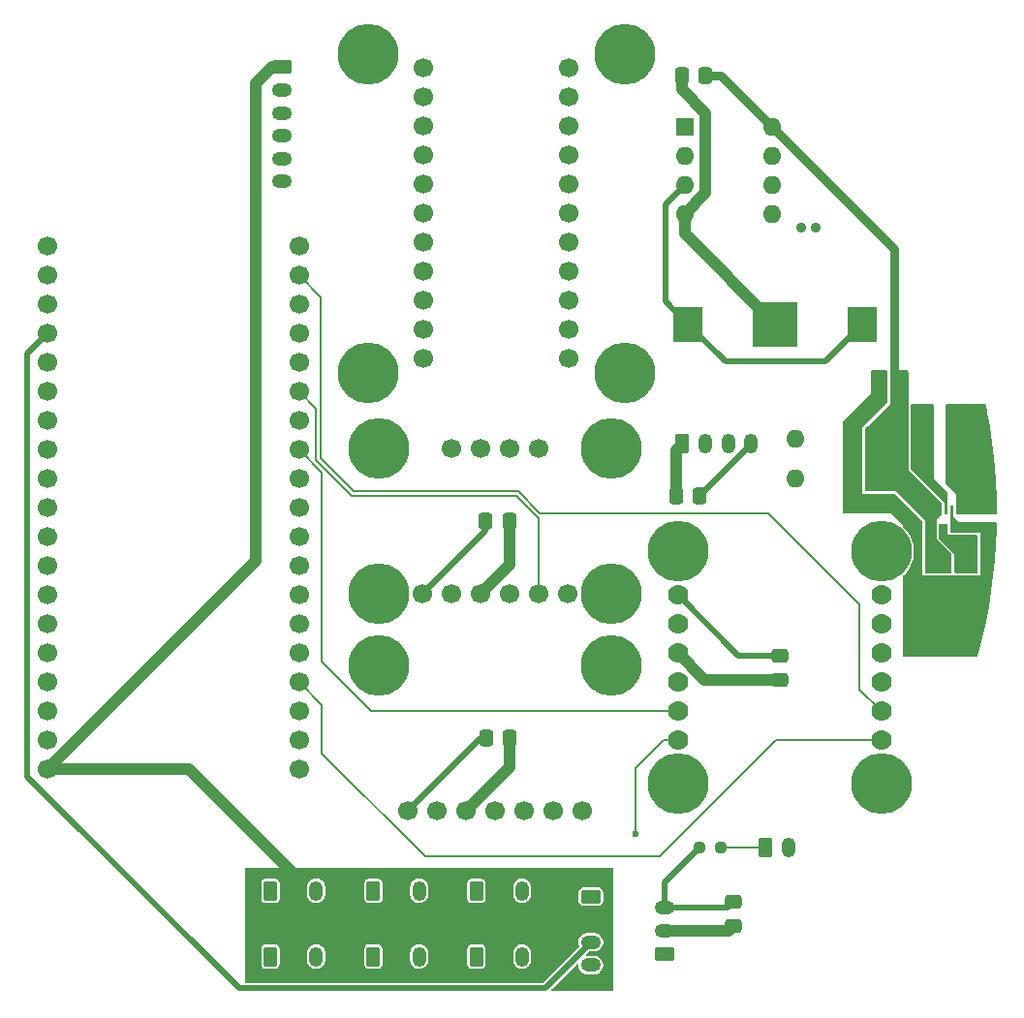
<source format=gbr>
%TF.GenerationSoftware,KiCad,Pcbnew,8.0.5*%
%TF.CreationDate,2025-04-28T01:27:16-04:00*%
%TF.ProjectId,CanSat_Sensor_Board,43616e53-6174-45f5-9365-6e736f725f42,rev?*%
%TF.SameCoordinates,Original*%
%TF.FileFunction,Copper,L1,Top*%
%TF.FilePolarity,Positive*%
%FSLAX46Y46*%
G04 Gerber Fmt 4.6, Leading zero omitted, Abs format (unit mm)*
G04 Created by KiCad (PCBNEW 8.0.5) date 2025-04-28 01:27:16*
%MOMM*%
%LPD*%
G01*
G04 APERTURE LIST*
G04 Aperture macros list*
%AMRoundRect*
0 Rectangle with rounded corners*
0 $1 Rounding radius*
0 $2 $3 $4 $5 $6 $7 $8 $9 X,Y pos of 4 corners*
0 Add a 4 corners polygon primitive as box body*
4,1,4,$2,$3,$4,$5,$6,$7,$8,$9,$2,$3,0*
0 Add four circle primitives for the rounded corners*
1,1,$1+$1,$2,$3*
1,1,$1+$1,$4,$5*
1,1,$1+$1,$6,$7*
1,1,$1+$1,$8,$9*
0 Add four rect primitives between the rounded corners*
20,1,$1+$1,$2,$3,$4,$5,0*
20,1,$1+$1,$4,$5,$6,$7,0*
20,1,$1+$1,$6,$7,$8,$9,0*
20,1,$1+$1,$8,$9,$2,$3,0*%
G04 Aperture macros list end*
%TA.AperFunction,ComponentPad*%
%ADD10C,1.600000*%
%TD*%
%TA.AperFunction,ComponentPad*%
%ADD11O,1.600000X1.600000*%
%TD*%
%TA.AperFunction,ComponentPad*%
%ADD12RoundRect,0.250000X-0.350000X-0.625000X0.350000X-0.625000X0.350000X0.625000X-0.350000X0.625000X0*%
%TD*%
%TA.AperFunction,ComponentPad*%
%ADD13O,1.200000X1.750000*%
%TD*%
%TA.AperFunction,SMDPad,CuDef*%
%ADD14RoundRect,0.250000X-0.475000X0.337500X-0.475000X-0.337500X0.475000X-0.337500X0.475000X0.337500X0*%
%TD*%
%TA.AperFunction,ComponentPad*%
%ADD15RoundRect,0.250000X-0.625000X0.350000X-0.625000X-0.350000X0.625000X-0.350000X0.625000X0.350000X0*%
%TD*%
%TA.AperFunction,ComponentPad*%
%ADD16O,1.750000X1.200000*%
%TD*%
%TA.AperFunction,SMDPad,CuDef*%
%ADD17RoundRect,0.250000X0.475000X-0.337500X0.475000X0.337500X-0.475000X0.337500X-0.475000X-0.337500X0*%
%TD*%
%TA.AperFunction,WasherPad*%
%ADD18C,5.300000*%
%TD*%
%TA.AperFunction,ComponentPad*%
%ADD19C,1.700000*%
%TD*%
%TA.AperFunction,ComponentPad*%
%ADD20C,0.910000*%
%TD*%
%TA.AperFunction,SMDPad,CuDef*%
%ADD21RoundRect,0.250000X0.337500X0.475000X-0.337500X0.475000X-0.337500X-0.475000X0.337500X-0.475000X0*%
%TD*%
%TA.AperFunction,ComponentPad*%
%ADD22C,1.778000*%
%TD*%
%TA.AperFunction,SMDPad,CuDef*%
%ADD23R,3.960000X3.960000*%
%TD*%
%TA.AperFunction,SMDPad,CuDef*%
%ADD24R,2.540000X3.170000*%
%TD*%
%TA.AperFunction,WasherPad*%
%ADD25C,1.700000*%
%TD*%
%TA.AperFunction,SMDPad,CuDef*%
%ADD26R,0.228600X0.711200*%
%TD*%
%TA.AperFunction,SMDPad,CuDef*%
%ADD27RoundRect,0.237500X0.250000X0.237500X-0.250000X0.237500X-0.250000X-0.237500X0.250000X-0.237500X0*%
%TD*%
%TA.AperFunction,ComponentPad*%
%ADD28RoundRect,0.250000X0.625000X-0.350000X0.625000X0.350000X-0.625000X0.350000X-0.625000X-0.350000X0*%
%TD*%
%TA.AperFunction,SMDPad,CuDef*%
%ADD29RoundRect,0.250000X-0.337500X-0.475000X0.337500X-0.475000X0.337500X0.475000X-0.337500X0.475000X0*%
%TD*%
%TA.AperFunction,SMDPad,CuDef*%
%ADD30R,1.500000X3.600000*%
%TD*%
%TA.AperFunction,ComponentPad*%
%ADD31R,1.600000X1.600000*%
%TD*%
%TA.AperFunction,ViaPad*%
%ADD32C,0.600000*%
%TD*%
%TA.AperFunction,Conductor*%
%ADD33C,0.500000*%
%TD*%
%TA.AperFunction,Conductor*%
%ADD34C,0.200000*%
%TD*%
%TA.AperFunction,Conductor*%
%ADD35C,1.000000*%
%TD*%
%TA.AperFunction,Conductor*%
%ADD36C,0.800000*%
%TD*%
G04 APERTURE END LIST*
D10*
%TO.P,R2,1*%
%TO.N,/5V*%
X187000000Y-97000000D03*
D11*
%TO.P,R2,2*%
%TO.N,Net-(Adafruit_BME280_STEMMA_QT_U3-Pin_6)*%
X179380000Y-97000000D03*
%TD*%
D12*
%TO.P,J9,1,Pin_1*%
%TO.N,GND*%
X133500000Y-138750000D03*
D13*
%TO.P,J9,2,Pin_2*%
%TO.N,/7.4V*%
X135500000Y-138750000D03*
%TO.P,J9,3,Pin_3*%
%TO.N,Net-(ESP32-DEVKIT-32_U1-IO14)*%
X137500000Y-138750000D03*
%TD*%
D14*
%TO.P,C8,1*%
%TO.N,/5V*%
X191750000Y-104175001D03*
%TO.P,C8,2*%
%TO.N,GND*%
X191750000Y-106250001D03*
%TD*%
D15*
%TO.P,J2,1,Pin_1*%
%TO.N,/7.4V*%
X134500000Y-61000000D03*
D16*
%TO.P,J2,2,Pin_2*%
%TO.N,Net-(ESP32-DEVKIT-32_U1-IO32)*%
X134500000Y-63000000D03*
%TO.P,J2,3,Pin_3*%
%TO.N,Net-(ESP32-DEVKIT-32_U1-IO33)*%
X134500000Y-65000000D03*
%TO.P,J2,4,Pin_4*%
%TO.N,Net-(ESP32-DEVKIT-32_U1-IO25)*%
X134500000Y-67000000D03*
%TO.P,J2,5,Pin_5*%
%TO.N,Net-(ESP32-DEVKIT-32_U1-IO26)*%
X134500000Y-69000000D03*
%TO.P,J2,6,Pin_6*%
%TO.N,GND*%
X134500000Y-71000000D03*
%TD*%
D17*
%TO.P,C7,1*%
%TO.N,GND*%
X194250000Y-106250001D03*
%TO.P,C7,2*%
%TO.N,/3.3V*%
X194250000Y-104175001D03*
%TD*%
D18*
%TO.P,SparkFunXBeeExplorer_U2,*%
%TO.N,*%
X164450000Y-87700000D03*
X164450000Y-59900000D03*
X142050000Y-87700000D03*
X142050000Y-59900000D03*
D19*
%TO.P,SparkFunXBeeExplorer_U2,JP5_1,GND*%
%TO.N,GND*%
X146900000Y-86500000D03*
%TO.P,SparkFunXBeeExplorer_U2,JP5_2,DTR*%
%TO.N,unconnected-(SparkFunXBeeExplorer_U2-DTR-PadJP5_2)*%
X146900000Y-83960000D03*
%TO.P,SparkFunXBeeExplorer_U2,JP5_3,RES1*%
%TO.N,unconnected-(SparkFunXBeeExplorer_U2-RES1-PadJP5_3)*%
X146900000Y-81420000D03*
%TO.P,SparkFunXBeeExplorer_U2,JP5_4,DIO11*%
%TO.N,unconnected-(SparkFunXBeeExplorer_U2-DIO11-PadJP5_4)*%
X146900000Y-78880000D03*
%TO.P,SparkFunXBeeExplorer_U2,JP5_5,RSSI*%
%TO.N,unconnected-(SparkFunXBeeExplorer_U2-RSSI-PadJP5_5)*%
X146900000Y-76340000D03*
%TO.P,SparkFunXBeeExplorer_U2,JP5_6,RESET*%
%TO.N,unconnected-(SparkFunXBeeExplorer_U2-RESET-PadJP5_6)*%
X146900000Y-73800000D03*
%TO.P,SparkFunXBeeExplorer_U2,JP5_7,DIO12*%
%TO.N,unconnected-(SparkFunXBeeExplorer_U2-DIO12-PadJP5_7)*%
X146900000Y-71260000D03*
%TO.P,SparkFunXBeeExplorer_U2,JP5_8,DIN*%
%TO.N,Net-(ESP32-DEVKIT-32_U1-IO17)*%
X146900000Y-68720000D03*
%TO.P,SparkFunXBeeExplorer_U2,JP5_9,DOUT*%
%TO.N,Net-(ESP32-DEVKIT-32_U1-IO16)*%
X146900000Y-66180000D03*
%TO.P,SparkFunXBeeExplorer_U2,JP5_10,3.3V*%
%TO.N,/3.3V*%
X146900000Y-63640000D03*
%TO.P,SparkFunXBeeExplorer_U2,JP5_11,GND*%
%TO.N,GND*%
X146900000Y-61100000D03*
%TO.P,SparkFunXBeeExplorer_U2,JP6_1,DIO0*%
%TO.N,unconnected-(SparkFunXBeeExplorer_U2-DIO0-PadJP6_1)*%
X159600000Y-61100000D03*
%TO.P,SparkFunXBeeExplorer_U2,JP6_2,DIO1*%
%TO.N,unconnected-(SparkFunXBeeExplorer_U2-DIO1-PadJP6_2)*%
X159600000Y-63640000D03*
%TO.P,SparkFunXBeeExplorer_U2,JP6_3,DIO2*%
%TO.N,unconnected-(SparkFunXBeeExplorer_U2-DIO2-PadJP6_3)*%
X159600000Y-66180000D03*
%TO.P,SparkFunXBeeExplorer_U2,JP6_4,DIO3*%
%TO.N,unconnected-(SparkFunXBeeExplorer_U2-DIO3-PadJP6_4)*%
X159600000Y-68720000D03*
%TO.P,SparkFunXBeeExplorer_U2,JP6_5,RTS*%
%TO.N,unconnected-(SparkFunXBeeExplorer_U2-RTS-PadJP6_5)*%
X159600000Y-71260000D03*
%TO.P,SparkFunXBeeExplorer_U2,JP6_6,DIO5*%
%TO.N,unconnected-(SparkFunXBeeExplorer_U2-DIO5-PadJP6_6)*%
X159600000Y-73800000D03*
%TO.P,SparkFunXBeeExplorer_U2,JP6_7,RES2*%
%TO.N,unconnected-(SparkFunXBeeExplorer_U2-RES2-PadJP6_7)*%
X159600000Y-76340000D03*
%TO.P,SparkFunXBeeExplorer_U2,JP6_8,DIO9*%
%TO.N,unconnected-(SparkFunXBeeExplorer_U2-DIO9-PadJP6_8)*%
X159600000Y-78880000D03*
%TO.P,SparkFunXBeeExplorer_U2,JP6_9,CTS*%
%TO.N,unconnected-(SparkFunXBeeExplorer_U2-CTS-PadJP6_9)*%
X159600000Y-81420000D03*
%TO.P,SparkFunXBeeExplorer_U2,JP6_10,DIO4*%
%TO.N,unconnected-(SparkFunXBeeExplorer_U2-DIO4-PadJP6_10)*%
X159600000Y-83960000D03*
%TO.P,SparkFunXBeeExplorer_U2,JP6_11,5V*%
%TO.N,unconnected-(SparkFunXBeeExplorer_U2-5V-PadJP6_11)*%
X159600000Y-86500000D03*
%TD*%
%TO.P,ESP32-DEVKIT-32_U1,J2-1,3V3*%
%TO.N,unconnected-(ESP32-DEVKIT-32_U1-3V3-PadJ2-1)*%
X114000000Y-76670000D03*
%TO.P,ESP32-DEVKIT-32_U1,J2-2,EN*%
%TO.N,unconnected-(ESP32-DEVKIT-32_U1-EN-PadJ2-2)*%
X114000000Y-79210000D03*
%TO.P,ESP32-DEVKIT-32_U1,J2-3,SENSOR_VP*%
%TO.N,unconnected-(ESP32-DEVKIT-32_U1-SENSOR_VP-PadJ2-3)*%
X114000000Y-81750000D03*
%TO.P,ESP32-DEVKIT-32_U1,J2-4,SENSOR_VN*%
%TO.N,/ADC*%
X114000000Y-84290000D03*
%TO.P,ESP32-DEVKIT-32_U1,J2-5,IO34*%
%TO.N,Net-(ESP32-DEVKIT-32_U1-IO34)*%
X114000000Y-86830000D03*
%TO.P,ESP32-DEVKIT-32_U1,J2-6,IO35*%
%TO.N,Net-(Adafruit_BNO085_U5-~{INT})*%
X114000000Y-89370000D03*
%TO.P,ESP32-DEVKIT-32_U1,J2-7,IO32*%
%TO.N,Net-(ESP32-DEVKIT-32_U1-IO32)*%
X114000000Y-91910000D03*
%TO.P,ESP32-DEVKIT-32_U1,J2-8,IO33*%
%TO.N,Net-(ESP32-DEVKIT-32_U1-IO33)*%
X114000000Y-94450000D03*
%TO.P,ESP32-DEVKIT-32_U1,J2-9,IO25*%
%TO.N,Net-(ESP32-DEVKIT-32_U1-IO25)*%
X114000000Y-96990000D03*
%TO.P,ESP32-DEVKIT-32_U1,J2-10,IO26*%
%TO.N,Net-(ESP32-DEVKIT-32_U1-IO26)*%
X114000000Y-99530000D03*
%TO.P,ESP32-DEVKIT-32_U1,J2-11,IO27*%
%TO.N,Net-(ESP32-DEVKIT-32_U1-IO27)*%
X114000000Y-102070000D03*
%TO.P,ESP32-DEVKIT-32_U1,J2-12,IO14*%
%TO.N,Net-(ESP32-DEVKIT-32_U1-IO14)*%
X114000000Y-104610000D03*
%TO.P,ESP32-DEVKIT-32_U1,J2-13,IO12*%
%TO.N,Net-(ESP32-DEVKIT-32_U1-IO12)*%
X114000000Y-107150000D03*
%TO.P,ESP32-DEVKIT-32_U1,J2-14,GND1*%
%TO.N,GND*%
X114000000Y-109690000D03*
%TO.P,ESP32-DEVKIT-32_U1,J2-15,IO13*%
%TO.N,Net-(ESP32-DEVKIT-32_U1-IO13)*%
X114000000Y-112230000D03*
%TO.P,ESP32-DEVKIT-32_U1,J2-16,SD2*%
%TO.N,unconnected-(ESP32-DEVKIT-32_U1-SD2-PadJ2-16)*%
X114000000Y-114770000D03*
%TO.P,ESP32-DEVKIT-32_U1,J2-17,SD3*%
%TO.N,unconnected-(ESP32-DEVKIT-32_U1-SD3-PadJ2-17)*%
X114000000Y-117310000D03*
%TO.P,ESP32-DEVKIT-32_U1,J2-18,CMD*%
%TO.N,unconnected-(ESP32-DEVKIT-32_U1-CMD-PadJ2-18)*%
X114000000Y-119850000D03*
%TO.P,ESP32-DEVKIT-32_U1,J2-19,EXT_5V*%
%TO.N,/7.4V*%
X114000000Y-122390000D03*
%TO.P,ESP32-DEVKIT-32_U1,J3-1,GND3*%
%TO.N,GND*%
X136000000Y-76670000D03*
%TO.P,ESP32-DEVKIT-32_U1,J3-2,IO23*%
%TO.N,Net-(Adafruit_BNO085_U5-DI)*%
X136000000Y-79210000D03*
%TO.P,ESP32-DEVKIT-32_U1,J3-3,IO22*%
%TO.N,Net-(Adafruit_BME280_STEMMA_QT_U3-Pin_4)*%
X136000000Y-81750000D03*
%TO.P,ESP32-DEVKIT-32_U1,J3-4,TXD0*%
%TO.N,Net-(ESP32-DEVKIT-32_U1-TXD0)*%
X136000000Y-84290000D03*
%TO.P,ESP32-DEVKIT-32_U1,J3-5,RXD0*%
%TO.N,Net-(ESP32-DEVKIT-32_U1-RXD0)*%
X136000000Y-86830000D03*
%TO.P,ESP32-DEVKIT-32_U1,J3-6,IO21*%
%TO.N,Net-(Adafruit_BME280_STEMMA_QT_U3-Pin_6)*%
X136000000Y-89370000D03*
%TO.P,ESP32-DEVKIT-32_U1,J3-7,GND2*%
%TO.N,GND*%
X136000000Y-91910000D03*
%TO.P,ESP32-DEVKIT-32_U1,J3-8,IO19*%
%TO.N,Net-(Adafruit_BNO085_U5-SDA)*%
X136000000Y-94450000D03*
%TO.P,ESP32-DEVKIT-32_U1,J3-9,IO18*%
%TO.N,Net-(Adafruit_BNO085_U5-SCL)*%
X136000000Y-96990000D03*
%TO.P,ESP32-DEVKIT-32_U1,J3-10,IO5*%
%TO.N,Net-(Adafruit_BNO085_U5-~{RST})*%
X136000000Y-99530000D03*
%TO.P,ESP32-DEVKIT-32_U1,J3-11,IO17*%
%TO.N,Net-(ESP32-DEVKIT-32_U1-IO17)*%
X136000000Y-102070000D03*
%TO.P,ESP32-DEVKIT-32_U1,J3-12,IO16*%
%TO.N,Net-(ESP32-DEVKIT-32_U1-IO16)*%
X136000000Y-104610000D03*
%TO.P,ESP32-DEVKIT-32_U1,J3-13,IO4*%
%TO.N,Net-(ESP32-DEVKIT-32_U1-IO4)*%
X136000000Y-107150000D03*
%TO.P,ESP32-DEVKIT-32_U1,J3-14,IO0*%
%TO.N,unconnected-(ESP32-DEVKIT-32_U1-IO0-PadJ3-14)*%
X136000000Y-109690000D03*
%TO.P,ESP32-DEVKIT-32_U1,J3-15,IO2*%
%TO.N,Net-(ESP32-DEVKIT-32_U1-IO2)*%
X136000000Y-112230000D03*
%TO.P,ESP32-DEVKIT-32_U1,J3-16,IO15*%
%TO.N,Net-(Adafruit_BNO085_U5-CS)*%
X136000000Y-114770000D03*
%TO.P,ESP32-DEVKIT-32_U1,J3-17,SD1*%
%TO.N,unconnected-(ESP32-DEVKIT-32_U1-SD1-PadJ3-17)*%
X136000000Y-117310000D03*
%TO.P,ESP32-DEVKIT-32_U1,J3-18,SD0*%
%TO.N,unconnected-(ESP32-DEVKIT-32_U1-SD0-PadJ3-18)*%
X136000000Y-119850000D03*
%TO.P,ESP32-DEVKIT-32_U1,J3-19,CLK*%
%TO.N,unconnected-(ESP32-DEVKIT-32_U1-CLK-PadJ3-19)*%
X136000000Y-122390000D03*
%TD*%
D20*
%TO.P,Y1,1*%
%TO.N,Net-(DS1307+_U6-X1)*%
X181135000Y-75000000D03*
%TO.P,Y1,2*%
%TO.N,Net-(DS1307+_U6-X2)*%
X179865000Y-75000000D03*
%TD*%
D18*
%TO.P,Adafruit_BME280_STEMMA_QT_U3,*%
%TO.N,*%
X143000000Y-113300000D03*
X163320000Y-113300000D03*
D19*
%TO.P,Adafruit_BME280_STEMMA_QT_U3,1,Pin_1*%
%TO.N,/3.3V*%
X145540000Y-126000000D03*
%TO.P,Adafruit_BME280_STEMMA_QT_U3,2,Pin_2*%
%TO.N,unconnected-(Adafruit_BME280_STEMMA_QT_U3-Pin_2-Pad2)*%
X148080000Y-126000000D03*
%TO.P,Adafruit_BME280_STEMMA_QT_U3,3,Pin_3*%
%TO.N,GND*%
X150620000Y-126000000D03*
%TO.P,Adafruit_BME280_STEMMA_QT_U3,4,Pin_4*%
%TO.N,Net-(Adafruit_BME280_STEMMA_QT_U3-Pin_4)*%
X153160000Y-126000000D03*
%TO.P,Adafruit_BME280_STEMMA_QT_U3,5,Pin_5*%
%TO.N,unconnected-(Adafruit_BME280_STEMMA_QT_U3-Pin_5-Pad5)*%
X155700000Y-126000000D03*
%TO.P,Adafruit_BME280_STEMMA_QT_U3,6,Pin_6*%
%TO.N,Net-(Adafruit_BME280_STEMMA_QT_U3-Pin_6)*%
X158240000Y-126000000D03*
%TO.P,Adafruit_BME280_STEMMA_QT_U3,7,Pin_7*%
%TO.N,unconnected-(Adafruit_BME280_STEMMA_QT_U3-Pin_7-Pad7)*%
X160780000Y-126000000D03*
%TD*%
D12*
%TO.P,J8,1,Pin_1*%
%TO.N,GND*%
X133500000Y-133000000D03*
D13*
%TO.P,J8,2,Pin_2*%
%TO.N,/7.4V*%
X135500000Y-133000000D03*
%TO.P,J8,3,Pin_3*%
%TO.N,Net-(ESP32-DEVKIT-32_U1-IO27)*%
X137500000Y-133000000D03*
%TD*%
D17*
%TO.P,C1,1*%
%TO.N,GND*%
X174000000Y-136037500D03*
%TO.P,C1,2*%
%TO.N,/3.3V*%
X174000000Y-133962500D03*
%TD*%
D12*
%TO.P,J4,1,Pin_1*%
%TO.N,GND*%
X169500000Y-93950000D03*
D13*
%TO.P,J4,2,Pin_2*%
%TO.N,Net-(ESP32-DEVKIT-32_U1-RXD0)*%
X171500000Y-93950000D03*
%TO.P,J4,3,Pin_3*%
%TO.N,Net-(ESP32-DEVKIT-32_U1-TXD0)*%
X173500000Y-93950000D03*
%TO.P,J4,4,Pin_4*%
%TO.N,/3.3V*%
X175500000Y-93950000D03*
%TD*%
D12*
%TO.P,J11,1,Pin_1*%
%TO.N,GND*%
X151500000Y-138750000D03*
D13*
%TO.P,J11,2,Pin_2*%
%TO.N,/7.4V*%
X153500000Y-138750000D03*
%TO.P,J11,3,Pin_3*%
%TO.N,Net-(ESP32-DEVKIT-32_U1-IO13)*%
X155500000Y-138750000D03*
%TD*%
D21*
%TO.P,C4,1*%
%TO.N,GND*%
X154387500Y-100650000D03*
%TO.P,C4,2*%
%TO.N,/3.3V*%
X152312500Y-100650000D03*
%TD*%
D18*
%TO.P,Adafruit_BNO085_U5,*%
%TO.N,*%
X186890000Y-103340000D03*
X169110000Y-103340000D03*
X186890000Y-123660000D03*
X169110000Y-123660000D03*
D22*
%TO.P,Adafruit_BNO085_U5,JP1_1,VIN*%
%TO.N,/3.3V*%
X169110000Y-107150000D03*
%TO.P,Adafruit_BNO085_U5,JP1_2,3VO*%
%TO.N,unconnected-(Adafruit_BNO085_U5-3VO-PadJP1_2)*%
X169110000Y-109690000D03*
%TO.P,Adafruit_BNO085_U5,JP1_3,GND*%
%TO.N,GND*%
X169110000Y-112230000D03*
%TO.P,Adafruit_BNO085_U5,JP1_4,SCL*%
%TO.N,Net-(Adafruit_BNO085_U5-SCL)*%
X169110000Y-114770000D03*
%TO.P,Adafruit_BNO085_U5,JP1_5,SDA*%
%TO.N,Net-(Adafruit_BNO085_U5-SDA)*%
X169110000Y-117310000D03*
%TO.P,Adafruit_BNO085_U5,JP1_6,~{INT}*%
%TO.N,Net-(Adafruit_BNO085_U5-~{INT})*%
X169110000Y-119850000D03*
%TO.P,Adafruit_BNO085_U5,JP2_1,BT*%
%TO.N,unconnected-(Adafruit_BNO085_U5-BT-PadJP2_1)*%
X186890000Y-107150000D03*
%TO.P,Adafruit_BNO085_U5,JP2_2,P0*%
%TO.N,unconnected-(Adafruit_BNO085_U5-P0-PadJP2_2)*%
X186890000Y-109690000D03*
%TO.P,Adafruit_BNO085_U5,JP2_3,P1*%
%TO.N,unconnected-(Adafruit_BNO085_U5-P1-PadJP2_3)*%
X186890000Y-112230000D03*
%TO.P,Adafruit_BNO085_U5,JP2_4,~{RST}*%
%TO.N,Net-(Adafruit_BNO085_U5-~{RST})*%
X186890000Y-114770000D03*
%TO.P,Adafruit_BNO085_U5,JP2_5,DI*%
%TO.N,Net-(Adafruit_BNO085_U5-DI)*%
X186890000Y-117310000D03*
%TO.P,Adafruit_BNO085_U5,JP2_6,CS*%
%TO.N,Net-(Adafruit_BNO085_U5-CS)*%
X186890000Y-119850000D03*
%TD*%
D23*
%TO.P,2894TR_U7,N*%
%TO.N,GND*%
X177620000Y-83500000D03*
D24*
%TO.P,2894TR_U7,P1*%
%TO.N,Net-(DS1307+_U6-VBAT)*%
X185240000Y-83500000D03*
%TO.P,2894TR_U7,P2*%
X170000000Y-83500000D03*
%TD*%
D10*
%TO.P,R3,1*%
%TO.N,/5V*%
X187000000Y-93500000D03*
D11*
%TO.P,R3,2*%
%TO.N,Net-(Adafruit_BME280_STEMMA_QT_U3-Pin_4)*%
X179380000Y-93500000D03*
%TD*%
D18*
%TO.P,Adafruit_LIS3MDL_U4,*%
%TO.N,*%
X143000000Y-94300000D03*
X143000000Y-107000000D03*
D25*
X149350000Y-94300000D03*
X151890000Y-94300000D03*
X154430000Y-94300000D03*
X156970000Y-94300000D03*
D18*
X163320000Y-94300000D03*
X163320000Y-107000000D03*
D19*
%TO.P,Adafruit_LIS3MDL_U4,1,Pin_1*%
%TO.N,/3.3V*%
X146810000Y-107000000D03*
%TO.P,Adafruit_LIS3MDL_U4,2,Pin_2*%
%TO.N,unconnected-(Adafruit_LIS3MDL_U4-Pin_2-Pad2)*%
X149350000Y-107000000D03*
%TO.P,Adafruit_LIS3MDL_U4,3,Pin_3*%
%TO.N,GND*%
X151890000Y-107000000D03*
%TO.P,Adafruit_LIS3MDL_U4,4,Pin_4*%
%TO.N,Net-(Adafruit_BME280_STEMMA_QT_U3-Pin_4)*%
X154430000Y-107000000D03*
%TO.P,Adafruit_LIS3MDL_U4,5,Pin_5*%
%TO.N,Net-(Adafruit_BME280_STEMMA_QT_U3-Pin_6)*%
X156970000Y-107000000D03*
%TO.P,Adafruit_LIS3MDL_U4,6,Pin_6*%
%TO.N,unconnected-(Adafruit_LIS3MDL_U4-Pin_6-Pad6)*%
X159510000Y-107000000D03*
%TD*%
D12*
%TO.P,J10,1,Pin_1*%
%TO.N,GND*%
X142500000Y-138750000D03*
D13*
%TO.P,J10,2,Pin_2*%
%TO.N,/7.4V*%
X144500000Y-138750000D03*
%TO.P,J10,3,Pin_3*%
%TO.N,Net-(ESP32-DEVKIT-32_U1-IO12)*%
X146500000Y-138750000D03*
%TD*%
D26*
%TO.P,TPS610333DRLR_U8,1,VIN*%
%TO.N,/3.3V*%
X192049200Y-101299201D03*
%TO.P,TPS610333DRLR_U8,2,EN*%
X192549201Y-101299201D03*
%TO.P,TPS610333DRLR_U8,3,MODE*%
%TO.N,GND*%
X193049201Y-101299201D03*
%TO.P,TPS610333DRLR_U8,4,PG*%
X193549202Y-101299201D03*
%TO.P,TPS610333DRLR_U8,5,FB*%
%TO.N,/3.3V*%
X193549202Y-99700799D03*
%TO.P,TPS610333DRLR_U8,6,GND*%
%TO.N,GND*%
X193049201Y-99700799D03*
%TO.P,TPS610333DRLR_U8,7,SW*%
%TO.N,/SW*%
X192549201Y-99700799D03*
%TO.P,TPS610333DRLR_U8,8,VOUT*%
%TO.N,/5V*%
X192049200Y-99700799D03*
%TD*%
D27*
%TO.P,R1,1*%
%TO.N,Net-(J5-Pin_1)*%
X172825000Y-129250000D03*
%TO.P,R1,2*%
%TO.N,/3.3V*%
X171000000Y-129250000D03*
%TD*%
D28*
%TO.P,J3,1,Pin_1*%
%TO.N,Net-(ESP32-DEVKIT-32_U1-IO34)*%
X167950000Y-138500000D03*
D16*
%TO.P,J3,2,Pin_2*%
%TO.N,GND*%
X167950000Y-136500000D03*
%TO.P,J3,3,Pin_3*%
%TO.N,/3.3V*%
X167950000Y-134500000D03*
%TD*%
D29*
%TO.P,C6,1*%
%TO.N,GND*%
X169462500Y-61750000D03*
%TO.P,C6,2*%
%TO.N,/5V*%
X171537500Y-61750000D03*
%TD*%
D30*
%TO.P,WE-LQS_4025_L1,1*%
%TO.N,/3.3V*%
X193525000Y-92500000D03*
%TO.P,WE-LQS_4025_L1,2*%
%TO.N,/SW*%
X190475000Y-92500000D03*
%TD*%
D12*
%TO.P,J6,1,Pin_1*%
%TO.N,GND*%
X142500000Y-133000000D03*
D13*
%TO.P,J6,2,Pin_2*%
%TO.N,/7.4V*%
X144500000Y-133000000D03*
%TO.P,J6,3,Pin_3*%
%TO.N,Net-(ESP32-DEVKIT-32_U1-IO2)*%
X146500000Y-133000000D03*
%TD*%
D29*
%TO.P,C3,1*%
%TO.N,GND*%
X168962500Y-98500000D03*
%TO.P,C3,2*%
%TO.N,/3.3V*%
X171037500Y-98500000D03*
%TD*%
D12*
%TO.P,J5,1,Pin_1*%
%TO.N,Net-(J5-Pin_1)*%
X176750000Y-129250000D03*
D13*
%TO.P,J5,2,Pin_2*%
%TO.N,GND*%
X178750000Y-129250000D03*
%TD*%
D15*
%TO.P,J1,1,Pin_1*%
%TO.N,/3.3V*%
X161500000Y-133500000D03*
D16*
%TO.P,J1,2,Pin_2*%
%TO.N,/7.4V*%
X161500000Y-135500000D03*
%TO.P,J1,3,Pin_3*%
%TO.N,/ADC*%
X161500000Y-137500000D03*
%TO.P,J1,4,Pin_4*%
%TO.N,GND*%
X161500000Y-139500000D03*
%TD*%
D31*
%TO.P,DS1307+_U6,1,X1*%
%TO.N,Net-(DS1307+_U6-X1)*%
X169700000Y-66200000D03*
D11*
%TO.P,DS1307+_U6,2,X2*%
%TO.N,Net-(DS1307+_U6-X2)*%
X169700000Y-68740000D03*
%TO.P,DS1307+_U6,3,VBAT*%
%TO.N,Net-(DS1307+_U6-VBAT)*%
X169700000Y-71280000D03*
%TO.P,DS1307+_U6,4,GND*%
%TO.N,GND*%
X169700000Y-73820000D03*
%TO.P,DS1307+_U6,5,SDA*%
%TO.N,Net-(Adafruit_BME280_STEMMA_QT_U3-Pin_6)*%
X177320000Y-73820000D03*
%TO.P,DS1307+_U6,6,SCL*%
%TO.N,Net-(Adafruit_BME280_STEMMA_QT_U3-Pin_4)*%
X177320000Y-71280000D03*
%TO.P,DS1307+_U6,7,SQW/OUT*%
%TO.N,unconnected-(DS1307+_U6-SQW{slash}OUT-Pad7)*%
X177320000Y-68740000D03*
%TO.P,DS1307+_U6,8,VCC*%
%TO.N,/5V*%
X177320000Y-66200000D03*
%TD*%
D12*
%TO.P,J7,1,Pin_1*%
%TO.N,GND*%
X151500000Y-133000000D03*
D13*
%TO.P,J7,2,Pin_2*%
%TO.N,/7.4V*%
X153500000Y-133000000D03*
%TO.P,J7,3,Pin_3*%
%TO.N,Net-(ESP32-DEVKIT-32_U1-IO4)*%
X155500000Y-133000000D03*
%TD*%
D17*
%TO.P,C5,1*%
%TO.N,GND*%
X178000000Y-114537500D03*
%TO.P,C5,2*%
%TO.N,/3.3V*%
X178000000Y-112462500D03*
%TD*%
D29*
%TO.P,C2,1*%
%TO.N,/3.3V*%
X152342500Y-119650000D03*
%TO.P,C2,2*%
%TO.N,GND*%
X154417500Y-119650000D03*
%TD*%
D32*
%TO.N,Net-(Adafruit_BNO085_U5-~{INT})*%
X165400000Y-128000000D03*
%TO.N,/3.3V*%
X195250000Y-91000000D03*
X196000000Y-91750000D03*
X195250000Y-98500000D03*
X194150000Y-102250000D03*
X196000000Y-93250000D03*
X194500000Y-96250000D03*
X196000000Y-94750000D03*
X192650000Y-102250000D03*
X195250000Y-97000000D03*
X195250000Y-95500000D03*
X193400000Y-103000000D03*
X196000000Y-97750000D03*
X194900000Y-103000000D03*
X196000000Y-96250000D03*
X194500000Y-99250000D03*
X193750000Y-95500000D03*
X195250000Y-92500000D03*
X194500000Y-97750000D03*
X196000000Y-99250000D03*
X195250000Y-94000000D03*
X193750000Y-97000000D03*
X193000000Y-96250000D03*
%TO.N,GND*%
X189250000Y-109750000D03*
X184000000Y-95750000D03*
X184000000Y-96500000D03*
X188750000Y-100500000D03*
X189250000Y-106750000D03*
X192000000Y-108250000D03*
X185500000Y-90500000D03*
X184750000Y-92750000D03*
X195750000Y-109000000D03*
X193500000Y-108250000D03*
X194250000Y-109000000D03*
X189250000Y-101000000D03*
X189250000Y-107500000D03*
X189250000Y-108250000D03*
X194250000Y-110500000D03*
X193500000Y-111250000D03*
X190000000Y-104500000D03*
X184750000Y-94250000D03*
X191250000Y-112000000D03*
X185000000Y-91000000D03*
X189250000Y-110500000D03*
X187000000Y-99500000D03*
X189250000Y-112000000D03*
X184000000Y-99500000D03*
X193500000Y-109750000D03*
X190000000Y-109750000D03*
X192750000Y-107500000D03*
X191250000Y-110500000D03*
X190000000Y-101500000D03*
X185000000Y-92000000D03*
X194250000Y-112000000D03*
X194250000Y-107500000D03*
X192000000Y-111250000D03*
X192000000Y-109750000D03*
X187750000Y-98750000D03*
X186250000Y-98750000D03*
X189000000Y-99750000D03*
X185500000Y-91500000D03*
X190000000Y-106000000D03*
X184750000Y-96500000D03*
X187750000Y-99500000D03*
X184000000Y-98750000D03*
X184000000Y-92750000D03*
X186500000Y-90500000D03*
X187000000Y-90000000D03*
X184750000Y-99500000D03*
X190000000Y-109000000D03*
X186000000Y-90000000D03*
X192750000Y-109000000D03*
X184000000Y-94250000D03*
X184000000Y-97250000D03*
X186500000Y-89500000D03*
X187000000Y-88000000D03*
X195750000Y-106000000D03*
X192750000Y-110500000D03*
X190100000Y-103750000D03*
X184000000Y-98000000D03*
X184750000Y-98000000D03*
X184750000Y-95000000D03*
X189500000Y-100250000D03*
X184750000Y-97250000D03*
X184750000Y-93500000D03*
X190000000Y-112000000D03*
X190000000Y-108250000D03*
X189250000Y-109000000D03*
X195000000Y-109750000D03*
X184000000Y-92000000D03*
X187000000Y-89000000D03*
X190000000Y-111250000D03*
X184750000Y-98750000D03*
X190100000Y-103000000D03*
X184000000Y-93500000D03*
X189250000Y-106000000D03*
X190000000Y-100750000D03*
X190000000Y-106750000D03*
X186000000Y-91000000D03*
X184000000Y-95000000D03*
X186500000Y-88500000D03*
X195750000Y-107500000D03*
X191250000Y-107500000D03*
X195000000Y-108250000D03*
X192750000Y-112000000D03*
X190000000Y-102250000D03*
X188250000Y-100000000D03*
X190000000Y-107500000D03*
X195000000Y-111250000D03*
X184750000Y-95750000D03*
X190000000Y-110500000D03*
X187000000Y-98750000D03*
X185500000Y-99500000D03*
X188500000Y-99250000D03*
X186250000Y-99500000D03*
X185500000Y-98750000D03*
X189250000Y-111250000D03*
X191250000Y-109000000D03*
X184500000Y-91500000D03*
X190000000Y-105250000D03*
%TD*%
D33*
%TO.N,Net-(DS1307+_U6-VBAT)*%
X170000000Y-83500000D02*
X173250000Y-86750000D01*
X168000000Y-72980000D02*
X169700000Y-71280000D01*
X173250000Y-86750000D02*
X181990000Y-86750000D01*
X170000000Y-83500000D02*
X168000000Y-81500000D01*
X168000000Y-81500000D02*
X168000000Y-72980000D01*
X181990000Y-86750000D02*
X185240000Y-83500000D01*
D34*
%TO.N,Net-(Adafruit_BME280_STEMMA_QT_U3-Pin_6)*%
X156970000Y-107000000D02*
X156970000Y-100470000D01*
X156970000Y-100470000D02*
X155000000Y-98500000D01*
X140615686Y-98500000D02*
X143000000Y-98500000D01*
X155000000Y-98500000D02*
X143000000Y-98500000D01*
X136000000Y-89370000D02*
X137500000Y-90870000D01*
X137500000Y-90870000D02*
X137500000Y-95384314D01*
X137500000Y-95384314D02*
X140615686Y-98500000D01*
%TO.N,Net-(Adafruit_BNO085_U5-DI)*%
X185000000Y-108000000D02*
X177000000Y-100000000D01*
X140781372Y-98100000D02*
X137900000Y-95218628D01*
X137900000Y-81110000D02*
X136000000Y-79210000D01*
X186890000Y-117310000D02*
X185000000Y-115420000D01*
X155165686Y-98100000D02*
X140781372Y-98100000D01*
X137900000Y-95218628D02*
X137900000Y-81110000D01*
X157065686Y-100000000D02*
X155165686Y-98100000D01*
X177000000Y-100000000D02*
X157065686Y-100000000D01*
X185000000Y-115420000D02*
X185000000Y-108000000D01*
%TO.N,Net-(Adafruit_BNO085_U5-SDA)*%
X138000000Y-113000000D02*
X138000000Y-96450000D01*
X169110000Y-117310000D02*
X142310000Y-117310000D01*
X138000000Y-96450000D02*
X136000000Y-94450000D01*
X142310000Y-117310000D02*
X138000000Y-113000000D01*
%TO.N,Net-(Adafruit_BNO085_U5-CS)*%
X167500000Y-130000000D02*
X147000000Y-130000000D01*
X138000000Y-116770000D02*
X136000000Y-114770000D01*
X138000000Y-121000000D02*
X138000000Y-116770000D01*
X177650000Y-119850000D02*
X167500000Y-130000000D01*
X186890000Y-119850000D02*
X177650000Y-119850000D01*
X147000000Y-130000000D02*
X138000000Y-121000000D01*
%TO.N,Net-(Adafruit_BNO085_U5-~{INT})*%
X169110000Y-119850000D02*
X167852765Y-119850000D01*
X165400000Y-122302764D02*
X165851382Y-121851382D01*
X165400000Y-128000000D02*
X165400000Y-122302764D01*
X167852765Y-119850000D02*
X165851382Y-121851382D01*
D33*
%TO.N,/3.3V*%
X167950000Y-134500000D02*
X173462500Y-134500000D01*
X167950000Y-132300000D02*
X171000000Y-129250000D01*
X152342500Y-119650000D02*
X151890000Y-119650000D01*
X174422500Y-112462500D02*
X169110000Y-107150000D01*
X167950000Y-134500000D02*
X167950000Y-132300000D01*
X173462500Y-134500000D02*
X174000000Y-133962500D01*
X146810000Y-107000000D02*
X152312500Y-101497500D01*
X152312500Y-101497500D02*
X152312500Y-100650000D01*
D34*
X170537500Y-98500000D02*
X170950000Y-98500000D01*
D33*
X175500000Y-94037500D02*
X171037500Y-98500000D01*
X178000000Y-112462500D02*
X174422500Y-112462500D01*
X151890000Y-119650000D02*
X145540000Y-126000000D01*
X175500000Y-93950000D02*
X175500000Y-94037500D01*
D35*
%TO.N,GND*%
X154417500Y-119650000D02*
X154417500Y-122202500D01*
X154387500Y-100650000D02*
X154387500Y-104502500D01*
X169462500Y-62962500D02*
X171500000Y-65000000D01*
X168962500Y-98500000D02*
X168962500Y-94487500D01*
X154387500Y-104502500D02*
X151890000Y-107000000D01*
X173537500Y-136500000D02*
X174000000Y-136037500D01*
X168962500Y-94487500D02*
X169500000Y-93950000D01*
X171417500Y-114537500D02*
X169110000Y-112230000D01*
X177620000Y-83500000D02*
X169700000Y-75580000D01*
X169700000Y-75580000D02*
X169700000Y-73820000D01*
X169462500Y-61750000D02*
X169462500Y-62962500D01*
X178000000Y-114537500D02*
X171417500Y-114537500D01*
X154417500Y-122202500D02*
X150620000Y-126000000D01*
X171500000Y-65000000D02*
X171500000Y-72020000D01*
X167950000Y-136500000D02*
X173537500Y-136500000D01*
X171500000Y-72020000D02*
X169700000Y-73820000D01*
D36*
%TO.N,/5V*%
X172870000Y-61750000D02*
X177320000Y-66200000D01*
X188000000Y-92500000D02*
X188000000Y-76880000D01*
X187000000Y-93500000D02*
X187000000Y-93250000D01*
X171537500Y-61750000D02*
X172870000Y-61750000D01*
X188000000Y-76880000D02*
X177320000Y-66200000D01*
X187000000Y-93500000D02*
X188000000Y-92500000D01*
D35*
%TO.N,/7.4V*%
X153500000Y-133113478D02*
X153500000Y-133000000D01*
X126390000Y-122390000D02*
X135500000Y-131500000D01*
X114000000Y-122390000D02*
X132250000Y-104140000D01*
X132250000Y-104140000D02*
X132250000Y-62375000D01*
X135500000Y-131500000D02*
X135500000Y-132725000D01*
X135500000Y-139250000D02*
X135500000Y-138750000D01*
X133625000Y-61000000D02*
X134500000Y-61000000D01*
X114000000Y-122390000D02*
X126390000Y-122390000D01*
X144500000Y-138750000D02*
X144500000Y-139250000D01*
X153500000Y-138750000D02*
X153500000Y-139250000D01*
D34*
X135500000Y-132725000D02*
X135500000Y-133000000D01*
D35*
X132250000Y-62375000D02*
X133625000Y-61000000D01*
D34*
%TO.N,Net-(J5-Pin_1)*%
X172825000Y-129250000D02*
X176750000Y-129250000D01*
D33*
%TO.N,/ADC*%
X157500000Y-141500000D02*
X161500000Y-137500000D01*
X114000000Y-84290000D02*
X112250000Y-86040000D01*
X112250000Y-86040000D02*
X112250000Y-123000000D01*
X112250000Y-123000000D02*
X130750000Y-141500000D01*
X130750000Y-141500000D02*
X157500000Y-141500000D01*
%TD*%
%TA.AperFunction,Conductor*%
%TO.N,GND*%
G36*
X187342539Y-87519685D02*
G01*
X187388294Y-87572489D01*
X187399500Y-87624000D01*
X187399500Y-90299138D01*
X187379815Y-90366177D01*
X187363181Y-90386819D01*
X185250000Y-92499999D01*
X185250000Y-92500000D01*
X185250000Y-98300000D01*
X188048638Y-98300000D01*
X188115677Y-98319685D01*
X188136319Y-98336319D01*
X190463681Y-100663681D01*
X190497166Y-100725004D01*
X190500000Y-100751362D01*
X190500000Y-112500000D01*
X190300000Y-112500000D01*
X188874000Y-112500000D01*
X188806961Y-112480315D01*
X188761206Y-112427511D01*
X188750000Y-112376000D01*
X188750000Y-105558160D01*
X188767078Y-105500000D01*
X189500000Y-105500000D01*
X189750000Y-105500000D01*
X189750000Y-101000000D01*
X188750000Y-101000000D01*
X187750000Y-100000000D01*
X183624000Y-100000000D01*
X183556961Y-99980315D01*
X183511206Y-99927511D01*
X183500000Y-99876000D01*
X183500000Y-92051362D01*
X183519685Y-91984323D01*
X183536319Y-91963681D01*
X186000000Y-89500000D01*
X186000000Y-87624000D01*
X186019685Y-87556961D01*
X186072489Y-87511206D01*
X186124000Y-87500000D01*
X187275500Y-87500000D01*
X187342539Y-87519685D01*
G37*
%TD.AperFunction*%
%TD*%
%TA.AperFunction,Conductor*%
%TO.N,GND*%
G36*
X193700000Y-100750000D02*
G01*
X193700000Y-101694500D01*
X193200000Y-101694500D01*
X193200000Y-100250000D01*
X193700000Y-100750000D01*
G37*
%TD.AperFunction*%
%TD*%
%TA.AperFunction,Conductor*%
%TO.N,GND*%
G36*
X196929813Y-100769685D02*
G01*
X196975568Y-100822489D01*
X196986761Y-100875803D01*
X196979643Y-101365165D01*
X196979538Y-101368771D01*
X196920062Y-102730985D01*
X196919852Y-102734586D01*
X196820784Y-104094465D01*
X196820470Y-104098058D01*
X196681888Y-105454525D01*
X196681469Y-105458107D01*
X196503496Y-106809944D01*
X196502973Y-106813513D01*
X196285761Y-108159587D01*
X196285135Y-108163139D01*
X196028862Y-109502336D01*
X196028133Y-109505869D01*
X195733009Y-110837081D01*
X195732177Y-110840590D01*
X195398468Y-112162632D01*
X195397534Y-112166116D01*
X195328417Y-112409832D01*
X195291189Y-112468957D01*
X195227905Y-112498569D01*
X195209122Y-112500000D01*
X190500000Y-112500000D01*
X190500000Y-105450000D01*
X190782378Y-105450000D01*
X190800025Y-105451262D01*
X190803465Y-105451756D01*
X190829500Y-105455500D01*
X190829501Y-105455500D01*
X192925991Y-105455500D01*
X192926000Y-105455500D01*
X192969684Y-105450803D01*
X192969683Y-105450803D01*
X192970540Y-105450711D01*
X192983796Y-105450000D01*
X193376878Y-105450000D01*
X193394525Y-105451262D01*
X193397965Y-105451756D01*
X193424000Y-105455500D01*
X193424001Y-105455500D01*
X195175991Y-105455500D01*
X195176000Y-105455500D01*
X195219684Y-105450803D01*
X195219683Y-105450803D01*
X195220540Y-105450711D01*
X195233796Y-105450000D01*
X195550000Y-105450000D01*
X195550000Y-101700000D01*
X195223122Y-101700000D01*
X195205475Y-101698738D01*
X195191358Y-101696708D01*
X195176000Y-101694500D01*
X195175999Y-101694500D01*
X193700000Y-101694500D01*
X193700000Y-100750000D01*
X196862774Y-100750000D01*
X196929813Y-100769685D01*
G37*
%TD.AperFunction*%
%TD*%
%TA.AperFunction,Conductor*%
%TO.N,/SW*%
G36*
X191443039Y-90469685D02*
G01*
X191488794Y-90522489D01*
X191500000Y-90574000D01*
X191500000Y-97000000D01*
X192663681Y-98163681D01*
X192697166Y-98225004D01*
X192700000Y-98251362D01*
X192700000Y-99976000D01*
X192680315Y-100043039D01*
X192627511Y-100088794D01*
X192576000Y-100100000D01*
X192529500Y-100100000D01*
X192462461Y-100080315D01*
X192416706Y-100027511D01*
X192405500Y-99976000D01*
X192405500Y-99201361D01*
X192404321Y-99179383D01*
X192400837Y-99146982D01*
X192401419Y-99146919D01*
X192400000Y-99133118D01*
X192400000Y-99050000D01*
X189491819Y-96141819D01*
X189458334Y-96080496D01*
X189455500Y-96054138D01*
X189455500Y-90574000D01*
X189475185Y-90506961D01*
X189527989Y-90461206D01*
X189579500Y-90450000D01*
X191376000Y-90450000D01*
X191443039Y-90469685D01*
G37*
%TD.AperFunction*%
%TD*%
%TA.AperFunction,Conductor*%
%TO.N,GND*%
G36*
X189750000Y-105500000D02*
G01*
X188767078Y-105500000D01*
X188769685Y-105491121D01*
X188794292Y-105463172D01*
X188849447Y-105416893D01*
X189077310Y-105175371D01*
X189275594Y-104909030D01*
X189441617Y-104621470D01*
X189573133Y-104316581D01*
X189668365Y-103998485D01*
X189726024Y-103671484D01*
X189745331Y-103340000D01*
X189726024Y-103008516D01*
X189683207Y-102765691D01*
X189668368Y-102681532D01*
X189668367Y-102681531D01*
X189668365Y-102681515D01*
X189573133Y-102363419D01*
X189441617Y-102058530D01*
X189275594Y-101770970D01*
X189275593Y-101770968D01*
X189077321Y-101504643D01*
X189077314Y-101504635D01*
X189077310Y-101504629D01*
X188849447Y-101263107D01*
X188794294Y-101216827D01*
X188755592Y-101158655D01*
X188750000Y-101121838D01*
X188750000Y-101000000D01*
X189750000Y-101000000D01*
X189750000Y-105500000D01*
G37*
%TD.AperFunction*%
%TD*%
%TA.AperFunction,Conductor*%
%TO.N,/7.4V*%
G36*
X163443039Y-131019685D02*
G01*
X163488794Y-131072489D01*
X163500000Y-131124000D01*
X163500000Y-141626000D01*
X163480315Y-141693039D01*
X163427511Y-141738794D01*
X163376000Y-141750000D01*
X158186465Y-141750000D01*
X158119426Y-141730315D01*
X158073671Y-141677511D01*
X158063727Y-141608353D01*
X158092752Y-141544797D01*
X158098784Y-141538319D01*
X160212819Y-139424283D01*
X160274142Y-139390798D01*
X160343834Y-139395782D01*
X160399767Y-139437654D01*
X160424184Y-139503118D01*
X160424500Y-139511964D01*
X160424500Y-139578846D01*
X160455261Y-139733489D01*
X160455264Y-139733501D01*
X160515602Y-139879172D01*
X160515609Y-139879185D01*
X160603210Y-140010288D01*
X160603213Y-140010292D01*
X160714707Y-140121786D01*
X160714711Y-140121789D01*
X160845814Y-140209390D01*
X160845827Y-140209397D01*
X160991498Y-140269735D01*
X160991503Y-140269737D01*
X161146153Y-140300499D01*
X161146156Y-140300500D01*
X161146158Y-140300500D01*
X161853844Y-140300500D01*
X161853845Y-140300499D01*
X162008497Y-140269737D01*
X162154179Y-140209394D01*
X162285289Y-140121789D01*
X162396789Y-140010289D01*
X162484394Y-139879179D01*
X162544737Y-139733497D01*
X162575500Y-139578842D01*
X162575500Y-139421158D01*
X162575500Y-139421155D01*
X162575499Y-139421153D01*
X162544738Y-139266510D01*
X162544737Y-139266503D01*
X162544735Y-139266498D01*
X162484397Y-139120827D01*
X162484390Y-139120814D01*
X162396789Y-138989711D01*
X162396786Y-138989707D01*
X162285292Y-138878213D01*
X162285288Y-138878210D01*
X162154185Y-138790609D01*
X162154172Y-138790602D01*
X162008501Y-138730264D01*
X162008489Y-138730261D01*
X161853845Y-138699500D01*
X161853842Y-138699500D01*
X161236965Y-138699500D01*
X161169926Y-138679815D01*
X161124171Y-138627011D01*
X161114227Y-138557853D01*
X161143252Y-138494297D01*
X161149284Y-138487819D01*
X161300284Y-138336819D01*
X161361607Y-138303334D01*
X161387965Y-138300500D01*
X161853844Y-138300500D01*
X161853845Y-138300499D01*
X162008497Y-138269737D01*
X162154179Y-138209394D01*
X162285289Y-138121789D01*
X162396789Y-138010289D01*
X162484394Y-137879179D01*
X162544737Y-137733497D01*
X162575500Y-137578842D01*
X162575500Y-137421158D01*
X162575500Y-137421155D01*
X162575499Y-137421153D01*
X162544738Y-137266510D01*
X162544737Y-137266503D01*
X162544735Y-137266498D01*
X162484397Y-137120827D01*
X162484390Y-137120814D01*
X162396789Y-136989711D01*
X162396786Y-136989707D01*
X162285292Y-136878213D01*
X162285288Y-136878210D01*
X162154185Y-136790609D01*
X162154172Y-136790602D01*
X162008501Y-136730264D01*
X162008489Y-136730261D01*
X161853845Y-136699500D01*
X161853842Y-136699500D01*
X161146158Y-136699500D01*
X161146155Y-136699500D01*
X160991510Y-136730261D01*
X160991498Y-136730264D01*
X160845827Y-136790602D01*
X160845814Y-136790609D01*
X160714711Y-136878210D01*
X160714707Y-136878213D01*
X160603213Y-136989707D01*
X160603210Y-136989711D01*
X160515609Y-137120814D01*
X160515602Y-137120827D01*
X160455264Y-137266498D01*
X160455261Y-137266510D01*
X160424500Y-137421153D01*
X160424500Y-137578846D01*
X160455261Y-137733489D01*
X160455264Y-137733501D01*
X160474559Y-137780083D01*
X160482028Y-137849552D01*
X160450752Y-137912031D01*
X160447679Y-137915216D01*
X157349716Y-141013181D01*
X157288393Y-141046666D01*
X157262035Y-141049500D01*
X131374000Y-141049500D01*
X131306961Y-141029815D01*
X131261206Y-140977011D01*
X131250000Y-140925500D01*
X131250000Y-138070730D01*
X132699500Y-138070730D01*
X132699500Y-139429269D01*
X132702353Y-139459699D01*
X132702353Y-139459701D01*
X132744044Y-139578844D01*
X132747207Y-139587882D01*
X132827850Y-139697150D01*
X132937118Y-139777793D01*
X132979845Y-139792744D01*
X133065299Y-139822646D01*
X133095730Y-139825500D01*
X133095734Y-139825500D01*
X133904270Y-139825500D01*
X133934699Y-139822646D01*
X133934701Y-139822646D01*
X133998790Y-139800219D01*
X134062882Y-139777793D01*
X134172150Y-139697150D01*
X134252793Y-139587882D01*
X134282453Y-139503118D01*
X134297646Y-139459701D01*
X134297646Y-139459699D01*
X134300500Y-139429269D01*
X134300500Y-138396153D01*
X136699500Y-138396153D01*
X136699500Y-139103846D01*
X136730261Y-139258489D01*
X136730264Y-139258501D01*
X136790602Y-139404172D01*
X136790609Y-139404185D01*
X136878210Y-139535288D01*
X136878213Y-139535292D01*
X136989707Y-139646786D01*
X136989711Y-139646789D01*
X137120814Y-139734390D01*
X137120827Y-139734397D01*
X137225596Y-139777793D01*
X137266503Y-139794737D01*
X137406810Y-139822646D01*
X137421153Y-139825499D01*
X137421156Y-139825500D01*
X137421158Y-139825500D01*
X137578844Y-139825500D01*
X137578845Y-139825499D01*
X137733497Y-139794737D01*
X137879179Y-139734394D01*
X138010289Y-139646789D01*
X138121789Y-139535289D01*
X138209394Y-139404179D01*
X138269737Y-139258497D01*
X138300500Y-139103842D01*
X138300500Y-138396158D01*
X138300500Y-138396155D01*
X138300499Y-138396153D01*
X138275353Y-138269737D01*
X138269737Y-138241503D01*
X138269735Y-138241498D01*
X138209397Y-138095827D01*
X138209390Y-138095814D01*
X138192629Y-138070730D01*
X141699500Y-138070730D01*
X141699500Y-139429269D01*
X141702353Y-139459699D01*
X141702353Y-139459701D01*
X141744044Y-139578844D01*
X141747207Y-139587882D01*
X141827850Y-139697150D01*
X141937118Y-139777793D01*
X141979845Y-139792744D01*
X142065299Y-139822646D01*
X142095730Y-139825500D01*
X142095734Y-139825500D01*
X142904270Y-139825500D01*
X142934699Y-139822646D01*
X142934701Y-139822646D01*
X142998790Y-139800219D01*
X143062882Y-139777793D01*
X143172150Y-139697150D01*
X143252793Y-139587882D01*
X143282453Y-139503118D01*
X143297646Y-139459701D01*
X143297646Y-139459699D01*
X143300500Y-139429269D01*
X143300500Y-138396153D01*
X145699500Y-138396153D01*
X145699500Y-139103846D01*
X145730261Y-139258489D01*
X145730264Y-139258501D01*
X145790602Y-139404172D01*
X145790609Y-139404185D01*
X145878210Y-139535288D01*
X145878213Y-139535292D01*
X145989707Y-139646786D01*
X145989711Y-139646789D01*
X146120814Y-139734390D01*
X146120827Y-139734397D01*
X146225596Y-139777793D01*
X146266503Y-139794737D01*
X146406810Y-139822646D01*
X146421153Y-139825499D01*
X146421156Y-139825500D01*
X146421158Y-139825500D01*
X146578844Y-139825500D01*
X146578845Y-139825499D01*
X146733497Y-139794737D01*
X146879179Y-139734394D01*
X147010289Y-139646789D01*
X147121789Y-139535289D01*
X147209394Y-139404179D01*
X147269737Y-139258497D01*
X147300500Y-139103842D01*
X147300500Y-138396158D01*
X147300500Y-138396155D01*
X147300499Y-138396153D01*
X147275353Y-138269737D01*
X147269737Y-138241503D01*
X147269735Y-138241498D01*
X147209397Y-138095827D01*
X147209390Y-138095814D01*
X147192629Y-138070730D01*
X150699500Y-138070730D01*
X150699500Y-139429269D01*
X150702353Y-139459699D01*
X150702353Y-139459701D01*
X150744044Y-139578844D01*
X150747207Y-139587882D01*
X150827850Y-139697150D01*
X150937118Y-139777793D01*
X150979845Y-139792744D01*
X151065299Y-139822646D01*
X151095730Y-139825500D01*
X151095734Y-139825500D01*
X151904270Y-139825500D01*
X151934699Y-139822646D01*
X151934701Y-139822646D01*
X151998790Y-139800219D01*
X152062882Y-139777793D01*
X152172150Y-139697150D01*
X152252793Y-139587882D01*
X152282453Y-139503118D01*
X152297646Y-139459701D01*
X152297646Y-139459699D01*
X152300500Y-139429269D01*
X152300500Y-138396153D01*
X154699500Y-138396153D01*
X154699500Y-139103846D01*
X154730261Y-139258489D01*
X154730264Y-139258501D01*
X154790602Y-139404172D01*
X154790609Y-139404185D01*
X154878210Y-139535288D01*
X154878213Y-139535292D01*
X154989707Y-139646786D01*
X154989711Y-139646789D01*
X155120814Y-139734390D01*
X155120827Y-139734397D01*
X155225596Y-139777793D01*
X155266503Y-139794737D01*
X155406810Y-139822646D01*
X155421153Y-139825499D01*
X155421156Y-139825500D01*
X155421158Y-139825500D01*
X155578844Y-139825500D01*
X155578845Y-139825499D01*
X155733497Y-139794737D01*
X155879179Y-139734394D01*
X156010289Y-139646789D01*
X156121789Y-139535289D01*
X156209394Y-139404179D01*
X156269737Y-139258497D01*
X156300500Y-139103842D01*
X156300500Y-138396158D01*
X156300500Y-138396155D01*
X156300499Y-138396153D01*
X156275353Y-138269737D01*
X156269737Y-138241503D01*
X156269735Y-138241498D01*
X156209397Y-138095827D01*
X156209390Y-138095814D01*
X156121789Y-137964711D01*
X156121786Y-137964707D01*
X156010292Y-137853213D01*
X156010288Y-137853210D01*
X155879185Y-137765609D01*
X155879172Y-137765602D01*
X155733501Y-137705264D01*
X155733489Y-137705261D01*
X155578845Y-137674500D01*
X155578842Y-137674500D01*
X155421158Y-137674500D01*
X155421155Y-137674500D01*
X155266510Y-137705261D01*
X155266498Y-137705264D01*
X155120827Y-137765602D01*
X155120814Y-137765609D01*
X154989711Y-137853210D01*
X154989707Y-137853213D01*
X154878213Y-137964707D01*
X154878210Y-137964711D01*
X154790609Y-138095814D01*
X154790602Y-138095827D01*
X154730264Y-138241498D01*
X154730261Y-138241510D01*
X154699500Y-138396153D01*
X152300500Y-138396153D01*
X152300500Y-138070730D01*
X152297646Y-138040300D01*
X152297646Y-138040298D01*
X152252793Y-137912119D01*
X152252792Y-137912117D01*
X152228483Y-137879179D01*
X152172150Y-137802850D01*
X152062882Y-137722207D01*
X152062880Y-137722206D01*
X151934700Y-137677353D01*
X151904270Y-137674500D01*
X151904266Y-137674500D01*
X151095734Y-137674500D01*
X151095730Y-137674500D01*
X151065300Y-137677353D01*
X151065298Y-137677353D01*
X150937119Y-137722206D01*
X150937117Y-137722207D01*
X150827850Y-137802850D01*
X150747207Y-137912117D01*
X150747206Y-137912119D01*
X150702353Y-138040298D01*
X150702353Y-138040300D01*
X150699500Y-138070730D01*
X147192629Y-138070730D01*
X147121789Y-137964711D01*
X147121786Y-137964707D01*
X147010292Y-137853213D01*
X147010288Y-137853210D01*
X146879185Y-137765609D01*
X146879172Y-137765602D01*
X146733501Y-137705264D01*
X146733489Y-137705261D01*
X146578845Y-137674500D01*
X146578842Y-137674500D01*
X146421158Y-137674500D01*
X146421155Y-137674500D01*
X146266510Y-137705261D01*
X146266498Y-137705264D01*
X146120827Y-137765602D01*
X146120814Y-137765609D01*
X145989711Y-137853210D01*
X145989707Y-137853213D01*
X145878213Y-137964707D01*
X145878210Y-137964711D01*
X145790609Y-138095814D01*
X145790602Y-138095827D01*
X145730264Y-138241498D01*
X145730261Y-138241510D01*
X145699500Y-138396153D01*
X143300500Y-138396153D01*
X143300500Y-138070730D01*
X143297646Y-138040300D01*
X143297646Y-138040298D01*
X143252793Y-137912119D01*
X143252792Y-137912117D01*
X143228483Y-137879179D01*
X143172150Y-137802850D01*
X143062882Y-137722207D01*
X143062880Y-137722206D01*
X142934700Y-137677353D01*
X142904270Y-137674500D01*
X142904266Y-137674500D01*
X142095734Y-137674500D01*
X142095730Y-137674500D01*
X142065300Y-137677353D01*
X142065298Y-137677353D01*
X141937119Y-137722206D01*
X141937117Y-137722207D01*
X141827850Y-137802850D01*
X141747207Y-137912117D01*
X141747206Y-137912119D01*
X141702353Y-138040298D01*
X141702353Y-138040300D01*
X141699500Y-138070730D01*
X138192629Y-138070730D01*
X138121789Y-137964711D01*
X138121786Y-137964707D01*
X138010292Y-137853213D01*
X138010288Y-137853210D01*
X137879185Y-137765609D01*
X137879172Y-137765602D01*
X137733501Y-137705264D01*
X137733489Y-137705261D01*
X137578845Y-137674500D01*
X137578842Y-137674500D01*
X137421158Y-137674500D01*
X137421155Y-137674500D01*
X137266510Y-137705261D01*
X137266498Y-137705264D01*
X137120827Y-137765602D01*
X137120814Y-137765609D01*
X136989711Y-137853210D01*
X136989707Y-137853213D01*
X136878213Y-137964707D01*
X136878210Y-137964711D01*
X136790609Y-138095814D01*
X136790602Y-138095827D01*
X136730264Y-138241498D01*
X136730261Y-138241510D01*
X136699500Y-138396153D01*
X134300500Y-138396153D01*
X134300500Y-138070730D01*
X134297646Y-138040300D01*
X134297646Y-138040298D01*
X134252793Y-137912119D01*
X134252792Y-137912117D01*
X134228483Y-137879179D01*
X134172150Y-137802850D01*
X134062882Y-137722207D01*
X134062880Y-137722206D01*
X133934700Y-137677353D01*
X133904270Y-137674500D01*
X133904266Y-137674500D01*
X133095734Y-137674500D01*
X133095730Y-137674500D01*
X133065300Y-137677353D01*
X133065298Y-137677353D01*
X132937119Y-137722206D01*
X132937117Y-137722207D01*
X132827850Y-137802850D01*
X132747207Y-137912117D01*
X132747206Y-137912119D01*
X132702353Y-138040298D01*
X132702353Y-138040300D01*
X132699500Y-138070730D01*
X131250000Y-138070730D01*
X131250000Y-132320730D01*
X132699500Y-132320730D01*
X132699500Y-133679269D01*
X132702353Y-133709699D01*
X132702353Y-133709701D01*
X132747206Y-133837880D01*
X132747207Y-133837882D01*
X132827850Y-133947150D01*
X132937118Y-134027793D01*
X132979845Y-134042744D01*
X133065299Y-134072646D01*
X133095730Y-134075500D01*
X133095734Y-134075500D01*
X133904270Y-134075500D01*
X133934699Y-134072646D01*
X133934701Y-134072646D01*
X133998790Y-134050219D01*
X134062882Y-134027793D01*
X134172150Y-133947150D01*
X134252793Y-133837882D01*
X134275219Y-133773790D01*
X134297646Y-133709701D01*
X134297646Y-133709699D01*
X134300500Y-133679269D01*
X134300500Y-132646153D01*
X136699500Y-132646153D01*
X136699500Y-133353846D01*
X136730261Y-133508489D01*
X136730264Y-133508501D01*
X136790602Y-133654172D01*
X136790609Y-133654185D01*
X136878210Y-133785288D01*
X136878213Y-133785292D01*
X136989707Y-133896786D01*
X136989711Y-133896789D01*
X137120814Y-133984390D01*
X137120827Y-133984397D01*
X137225596Y-134027793D01*
X137266503Y-134044737D01*
X137406810Y-134072646D01*
X137421153Y-134075499D01*
X137421156Y-134075500D01*
X137421158Y-134075500D01*
X137578844Y-134075500D01*
X137578845Y-134075499D01*
X137733497Y-134044737D01*
X137879179Y-133984394D01*
X138010289Y-133896789D01*
X138121789Y-133785289D01*
X138209394Y-133654179D01*
X138269737Y-133508497D01*
X138300500Y-133353842D01*
X138300500Y-132646158D01*
X138300500Y-132646155D01*
X138300499Y-132646153D01*
X138269738Y-132491510D01*
X138269737Y-132491503D01*
X138269735Y-132491498D01*
X138209397Y-132345827D01*
X138209390Y-132345814D01*
X138192629Y-132320730D01*
X141699500Y-132320730D01*
X141699500Y-133679269D01*
X141702353Y-133709699D01*
X141702353Y-133709701D01*
X141747206Y-133837880D01*
X141747207Y-133837882D01*
X141827850Y-133947150D01*
X141937118Y-134027793D01*
X141979845Y-134042744D01*
X142065299Y-134072646D01*
X142095730Y-134075500D01*
X142095734Y-134075500D01*
X142904270Y-134075500D01*
X142934699Y-134072646D01*
X142934701Y-134072646D01*
X142998790Y-134050219D01*
X143062882Y-134027793D01*
X143172150Y-133947150D01*
X143252793Y-133837882D01*
X143275219Y-133773790D01*
X143297646Y-133709701D01*
X143297646Y-133709699D01*
X143300500Y-133679269D01*
X143300500Y-132646153D01*
X145699500Y-132646153D01*
X145699500Y-133353846D01*
X145730261Y-133508489D01*
X145730264Y-133508501D01*
X145790602Y-133654172D01*
X145790609Y-133654185D01*
X145878210Y-133785288D01*
X145878213Y-133785292D01*
X145989707Y-133896786D01*
X145989711Y-133896789D01*
X146120814Y-133984390D01*
X146120827Y-133984397D01*
X146225596Y-134027793D01*
X146266503Y-134044737D01*
X146406810Y-134072646D01*
X146421153Y-134075499D01*
X146421156Y-134075500D01*
X146421158Y-134075500D01*
X146578844Y-134075500D01*
X146578845Y-134075499D01*
X146733497Y-134044737D01*
X146879179Y-133984394D01*
X147010289Y-133896789D01*
X147121789Y-133785289D01*
X147209394Y-133654179D01*
X147269737Y-133508497D01*
X147300500Y-133353842D01*
X147300500Y-132646158D01*
X147300500Y-132646155D01*
X147300499Y-132646153D01*
X147269738Y-132491510D01*
X147269737Y-132491503D01*
X147269735Y-132491498D01*
X147209397Y-132345827D01*
X147209390Y-132345814D01*
X147192629Y-132320730D01*
X150699500Y-132320730D01*
X150699500Y-133679269D01*
X150702353Y-133709699D01*
X150702353Y-133709701D01*
X150747206Y-133837880D01*
X150747207Y-133837882D01*
X150827850Y-133947150D01*
X150937118Y-134027793D01*
X150979845Y-134042744D01*
X151065299Y-134072646D01*
X151095730Y-134075500D01*
X151095734Y-134075500D01*
X151904270Y-134075500D01*
X151934699Y-134072646D01*
X151934701Y-134072646D01*
X151998790Y-134050219D01*
X152062882Y-134027793D01*
X152172150Y-133947150D01*
X152252793Y-133837882D01*
X152275219Y-133773790D01*
X152297646Y-133709701D01*
X152297646Y-133709699D01*
X152300500Y-133679269D01*
X152300500Y-132646153D01*
X154699500Y-132646153D01*
X154699500Y-133353846D01*
X154730261Y-133508489D01*
X154730264Y-133508501D01*
X154790602Y-133654172D01*
X154790609Y-133654185D01*
X154878210Y-133785288D01*
X154878213Y-133785292D01*
X154989707Y-133896786D01*
X154989711Y-133896789D01*
X155120814Y-133984390D01*
X155120827Y-133984397D01*
X155225596Y-134027793D01*
X155266503Y-134044737D01*
X155406810Y-134072646D01*
X155421153Y-134075499D01*
X155421156Y-134075500D01*
X155421158Y-134075500D01*
X155578844Y-134075500D01*
X155578845Y-134075499D01*
X155733497Y-134044737D01*
X155879179Y-133984394D01*
X156010289Y-133896789D01*
X156121789Y-133785289D01*
X156209394Y-133654179D01*
X156269737Y-133508497D01*
X156300500Y-133353842D01*
X156300500Y-133095730D01*
X160424500Y-133095730D01*
X160424500Y-133904269D01*
X160427353Y-133934699D01*
X160427353Y-133934701D01*
X160465858Y-134044738D01*
X160472207Y-134062882D01*
X160552850Y-134172150D01*
X160662118Y-134252793D01*
X160704845Y-134267744D01*
X160790299Y-134297646D01*
X160820730Y-134300500D01*
X160820734Y-134300500D01*
X162179270Y-134300500D01*
X162209699Y-134297646D01*
X162209701Y-134297646D01*
X162273790Y-134275219D01*
X162337882Y-134252793D01*
X162447150Y-134172150D01*
X162527793Y-134062882D01*
X162555257Y-133984394D01*
X162572646Y-133934701D01*
X162572646Y-133934699D01*
X162575500Y-133904269D01*
X162575500Y-133095730D01*
X162572646Y-133065300D01*
X162572646Y-133065298D01*
X162527793Y-132937119D01*
X162527792Y-132937117D01*
X162447150Y-132827850D01*
X162337882Y-132747207D01*
X162337880Y-132747206D01*
X162209700Y-132702353D01*
X162179270Y-132699500D01*
X162179266Y-132699500D01*
X160820734Y-132699500D01*
X160820730Y-132699500D01*
X160790300Y-132702353D01*
X160790298Y-132702353D01*
X160662119Y-132747206D01*
X160662117Y-132747207D01*
X160552850Y-132827850D01*
X160472207Y-132937117D01*
X160472206Y-132937119D01*
X160427353Y-133065298D01*
X160427353Y-133065300D01*
X160424500Y-133095730D01*
X156300500Y-133095730D01*
X156300500Y-132646158D01*
X156300500Y-132646155D01*
X156300499Y-132646153D01*
X156269738Y-132491510D01*
X156269737Y-132491503D01*
X156269735Y-132491498D01*
X156209397Y-132345827D01*
X156209390Y-132345814D01*
X156121789Y-132214711D01*
X156121786Y-132214707D01*
X156010292Y-132103213D01*
X156010288Y-132103210D01*
X155879185Y-132015609D01*
X155879172Y-132015602D01*
X155733501Y-131955264D01*
X155733489Y-131955261D01*
X155578845Y-131924500D01*
X155578842Y-131924500D01*
X155421158Y-131924500D01*
X155421155Y-131924500D01*
X155266510Y-131955261D01*
X155266498Y-131955264D01*
X155120827Y-132015602D01*
X155120814Y-132015609D01*
X154989711Y-132103210D01*
X154989707Y-132103213D01*
X154878213Y-132214707D01*
X154878210Y-132214711D01*
X154790609Y-132345814D01*
X154790602Y-132345827D01*
X154730264Y-132491498D01*
X154730261Y-132491510D01*
X154699500Y-132646153D01*
X152300500Y-132646153D01*
X152300500Y-132320730D01*
X152297646Y-132290300D01*
X152297646Y-132290298D01*
X152252793Y-132162119D01*
X152252792Y-132162117D01*
X152209319Y-132103213D01*
X152172150Y-132052850D01*
X152062882Y-131972207D01*
X152062880Y-131972206D01*
X151934700Y-131927353D01*
X151904270Y-131924500D01*
X151904266Y-131924500D01*
X151095734Y-131924500D01*
X151095730Y-131924500D01*
X151065300Y-131927353D01*
X151065298Y-131927353D01*
X150937119Y-131972206D01*
X150937117Y-131972207D01*
X150827850Y-132052850D01*
X150747207Y-132162117D01*
X150747206Y-132162119D01*
X150702353Y-132290298D01*
X150702353Y-132290300D01*
X150699500Y-132320730D01*
X147192629Y-132320730D01*
X147121789Y-132214711D01*
X147121786Y-132214707D01*
X147010292Y-132103213D01*
X147010288Y-132103210D01*
X146879185Y-132015609D01*
X146879172Y-132015602D01*
X146733501Y-131955264D01*
X146733489Y-131955261D01*
X146578845Y-131924500D01*
X146578842Y-131924500D01*
X146421158Y-131924500D01*
X146421155Y-131924500D01*
X146266510Y-131955261D01*
X146266498Y-131955264D01*
X146120827Y-132015602D01*
X146120814Y-132015609D01*
X145989711Y-132103210D01*
X145989707Y-132103213D01*
X145878213Y-132214707D01*
X145878210Y-132214711D01*
X145790609Y-132345814D01*
X145790602Y-132345827D01*
X145730264Y-132491498D01*
X145730261Y-132491510D01*
X145699500Y-132646153D01*
X143300500Y-132646153D01*
X143300500Y-132320730D01*
X143297646Y-132290300D01*
X143297646Y-132290298D01*
X143252793Y-132162119D01*
X143252792Y-132162117D01*
X143209319Y-132103213D01*
X143172150Y-132052850D01*
X143062882Y-131972207D01*
X143062880Y-131972206D01*
X142934700Y-131927353D01*
X142904270Y-131924500D01*
X142904266Y-131924500D01*
X142095734Y-131924500D01*
X142095730Y-131924500D01*
X142065300Y-131927353D01*
X142065298Y-131927353D01*
X141937119Y-131972206D01*
X141937117Y-131972207D01*
X141827850Y-132052850D01*
X141747207Y-132162117D01*
X141747206Y-132162119D01*
X141702353Y-132290298D01*
X141702353Y-132290300D01*
X141699500Y-132320730D01*
X138192629Y-132320730D01*
X138121789Y-132214711D01*
X138121786Y-132214707D01*
X138010292Y-132103213D01*
X138010288Y-132103210D01*
X137879185Y-132015609D01*
X137879172Y-132015602D01*
X137733501Y-131955264D01*
X137733489Y-131955261D01*
X137578845Y-131924500D01*
X137578842Y-131924500D01*
X137421158Y-131924500D01*
X137421155Y-131924500D01*
X137266510Y-131955261D01*
X137266498Y-131955264D01*
X137120827Y-132015602D01*
X137120814Y-132015609D01*
X136989711Y-132103210D01*
X136989707Y-132103213D01*
X136878213Y-132214707D01*
X136878210Y-132214711D01*
X136790609Y-132345814D01*
X136790602Y-132345827D01*
X136730264Y-132491498D01*
X136730261Y-132491510D01*
X136699500Y-132646153D01*
X134300500Y-132646153D01*
X134300500Y-132320730D01*
X134297646Y-132290300D01*
X134297646Y-132290298D01*
X134252793Y-132162119D01*
X134252792Y-132162117D01*
X134209319Y-132103213D01*
X134172150Y-132052850D01*
X134062882Y-131972207D01*
X134062880Y-131972206D01*
X133934700Y-131927353D01*
X133904270Y-131924500D01*
X133904266Y-131924500D01*
X133095734Y-131924500D01*
X133095730Y-131924500D01*
X133065300Y-131927353D01*
X133065298Y-131927353D01*
X132937119Y-131972206D01*
X132937117Y-131972207D01*
X132827850Y-132052850D01*
X132747207Y-132162117D01*
X132747206Y-132162119D01*
X132702353Y-132290298D01*
X132702353Y-132290300D01*
X132699500Y-132320730D01*
X131250000Y-132320730D01*
X131250000Y-131124000D01*
X131269685Y-131056961D01*
X131322489Y-131011206D01*
X131374000Y-131000000D01*
X163376000Y-131000000D01*
X163443039Y-131019685D01*
G37*
%TD.AperFunction*%
%TD*%
%TA.AperFunction,Conductor*%
%TO.N,/3.3V*%
G36*
X195984259Y-90469685D02*
G01*
X196030014Y-90522489D01*
X196039010Y-90550694D01*
X196266531Y-91739645D01*
X196285135Y-91836860D01*
X196285761Y-91840412D01*
X196502973Y-93186486D01*
X196503496Y-93190055D01*
X196681469Y-94541892D01*
X196681888Y-94545474D01*
X196820470Y-95901941D01*
X196820784Y-95905534D01*
X196919852Y-97265413D01*
X196920062Y-97269014D01*
X196979538Y-98631228D01*
X196979643Y-98634834D01*
X196999125Y-99974197D01*
X196980417Y-100041515D01*
X196928285Y-100088033D01*
X196875138Y-100100000D01*
X193524000Y-100100000D01*
X193456961Y-100080315D01*
X193411206Y-100027511D01*
X193400000Y-99976000D01*
X193400000Y-98350000D01*
X192536319Y-97486319D01*
X192502834Y-97424996D01*
X192500000Y-97398638D01*
X192500000Y-90574000D01*
X192519685Y-90506961D01*
X192572489Y-90461206D01*
X192624000Y-90450000D01*
X195917220Y-90450000D01*
X195984259Y-90469685D01*
G37*
%TD.AperFunction*%
%TD*%
%TA.AperFunction,Conductor*%
%TO.N,GND*%
G36*
X193137539Y-99319685D02*
G01*
X193183294Y-99372489D01*
X193194500Y-99424000D01*
X193194500Y-99976007D01*
X193199289Y-100020539D01*
X193200000Y-100033795D01*
X193200000Y-101694500D01*
X193029500Y-101694500D01*
X192962461Y-101674815D01*
X192916706Y-101622011D01*
X192905500Y-101570500D01*
X192905500Y-101024008D01*
X192905500Y-101024000D01*
X192900803Y-100980316D01*
X192900710Y-100979450D01*
X192900000Y-100966196D01*
X192900000Y-100023121D01*
X192901262Y-100005473D01*
X192905500Y-99975998D01*
X192905500Y-99424000D01*
X192925185Y-99356961D01*
X192977989Y-99311206D01*
X193029500Y-99300000D01*
X193070500Y-99300000D01*
X193137539Y-99319685D01*
G37*
%TD.AperFunction*%
%TD*%
%TA.AperFunction,Conductor*%
%TO.N,/5V*%
G36*
X189193039Y-87519685D02*
G01*
X189238794Y-87572489D01*
X189250000Y-87624000D01*
X189250000Y-92400000D01*
X185696753Y-92353246D01*
X187650000Y-90400000D01*
X187650000Y-87624000D01*
X187669685Y-87556961D01*
X187722489Y-87511206D01*
X187774000Y-87500000D01*
X189126000Y-87500000D01*
X189193039Y-87519685D01*
G37*
%TD.AperFunction*%
%TD*%
%TA.AperFunction,Conductor*%
%TO.N,/3.3V*%
G36*
X192643039Y-100919685D02*
G01*
X192688794Y-100972489D01*
X192700000Y-101024000D01*
X192700000Y-101900000D01*
X193500000Y-101900000D01*
X195176000Y-101900000D01*
X195243039Y-101919685D01*
X195288794Y-101972489D01*
X195300000Y-102024000D01*
X195300000Y-105126000D01*
X195280315Y-105193039D01*
X195227511Y-105238794D01*
X195176000Y-105250000D01*
X193424000Y-105250000D01*
X193356961Y-105230315D01*
X193311206Y-105177511D01*
X193300000Y-105126000D01*
X193300000Y-103550000D01*
X191941819Y-102191819D01*
X191908334Y-102130496D01*
X191905500Y-102104138D01*
X191905500Y-101024000D01*
X191925185Y-100956961D01*
X191977989Y-100911206D01*
X192029500Y-100900000D01*
X192576000Y-100900000D01*
X192643039Y-100919685D01*
G37*
%TD.AperFunction*%
%TD*%
%TA.AperFunction,Conductor*%
%TO.N,/5V*%
G36*
X191700000Y-100599998D02*
G01*
X191700000Y-102250000D01*
X193013681Y-103563681D01*
X193047166Y-103625004D01*
X193050000Y-103651362D01*
X193050000Y-105126000D01*
X193030315Y-105193039D01*
X192977511Y-105238794D01*
X192926000Y-105250000D01*
X190829500Y-105250000D01*
X190762461Y-105230315D01*
X190716706Y-105177511D01*
X190705500Y-105126000D01*
X190705500Y-100751361D01*
X190704321Y-100729383D01*
X190700837Y-100696982D01*
X190701419Y-100696919D01*
X190700000Y-100683118D01*
X190700000Y-100600000D01*
X190750000Y-100650000D01*
X191744998Y-100550500D01*
X191700000Y-100599998D01*
G37*
%TD.AperFunction*%
%TD*%
%TA.AperFunction,Conductor*%
%TO.N,/5V*%
G36*
X189250000Y-92400000D02*
G01*
X189250000Y-96200000D01*
X192163681Y-99113681D01*
X192197166Y-99175004D01*
X192200000Y-99201362D01*
X192200000Y-100048638D01*
X192180315Y-100115677D01*
X192163681Y-100136319D01*
X191768169Y-100531830D01*
X191750097Y-100544892D01*
X191744998Y-100550500D01*
X190750000Y-100650000D01*
X188200000Y-98100000D01*
X188095760Y-98100000D01*
X188078113Y-98098738D01*
X188063996Y-98096708D01*
X188048638Y-98094500D01*
X188048637Y-98094500D01*
X185579500Y-98094500D01*
X185512461Y-98074815D01*
X185466706Y-98022011D01*
X185455500Y-97970500D01*
X185455500Y-92636480D01*
X185475185Y-92569441D01*
X185491814Y-92548804D01*
X185663211Y-92377407D01*
X185691074Y-92358923D01*
X185696750Y-92353246D01*
X189250000Y-92400000D01*
G37*
%TD.AperFunction*%
%TD*%
M02*

</source>
